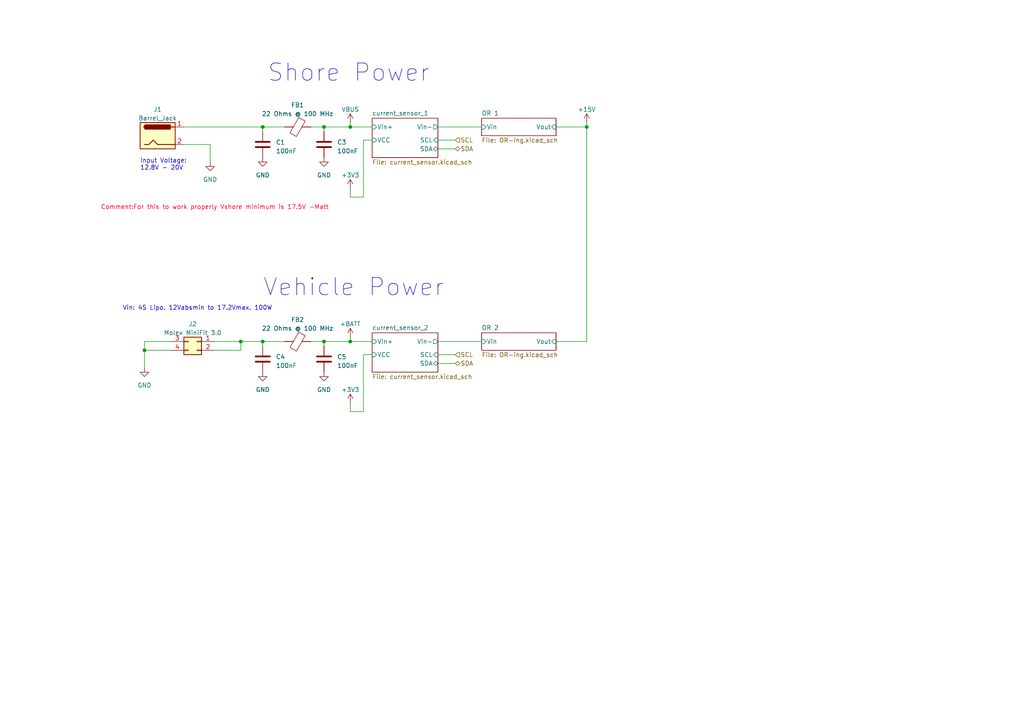
<source format=kicad_sch>
(kicad_sch (version 20230121) (generator eeschema)
  (paper "A4")
  (lib_symbols
    (symbol "Connector:Barrel_Jack" (pin_names (offset 1.016))
      (property "Reference" "J" (at 0 5.334 0))
      (property "Value" "Barrel_Jack" (at 0 -5.08 0))
      (symbol "Barrel_Jack_0_1"
        (rectangle (start -5.08 3.81) (end 5.08 -3.81) (stroke (width 0.254)) (fill (type background)))
        (arc (start -3.302 3.175) (mid -3.9343 2.54) (end -3.302 1.905) (stroke (width 0.254)))
        (arc (start -3.302 3.175) (mid -3.9343 2.54) (end -3.302 1.905) (stroke (width 0.254)) (fill (type outline)))
        (polyline (pts (xy 5.08 2.54) (xy 3.81 2.54)) (stroke (width 0.254)))
        (polyline (pts (xy -3.81 -2.54) (xy -2.54 -2.54) (xy -1.27 -1.27) (xy 0 -2.54) (xy 2.54 -2.54) (xy 5.08 -2.54)) (stroke (width 0.254)))
        (rectangle (start 3.683 3.175) (end -3.302 1.905) (stroke (width 0.254)) (fill (type outline)))
      )
      (symbol "Barrel_Jack_1_1"
        (pin passive line (at 7.62 2.54 180) (length 2.54) (name "~") (number "1"))
        (pin passive line (at 7.62 -2.54 180) (length 2.54) (name "~") (number "2"))
      )
    )
    (symbol "Connector_Generic:Conn_02x02_Top_Bottom" (pin_names (offset 1.016) hide)
      (property "Reference" "J" (at 1.27 2.54 0))
      (property "Value" "Conn_02x02_Top_Bottom" (at 1.27 -5.08 0))
      (symbol "Conn_02x02_Top_Bottom_1_1"
        (rectangle (start -1.27 -2.413) (end 0 -2.667) (stroke (width 0.1524)))
        (rectangle (start -1.27 0.127) (end 0 -0.127) (stroke (width 0.1524)))
        (rectangle (start -1.27 1.27) (end 3.81 -3.81) (stroke (width 0.254)) (fill (type background)))
        (rectangle (start 3.81 -2.413) (end 2.54 -2.667) (stroke (width 0.1524)))
        (rectangle (start 3.81 0.127) (end 2.54 -0.127) (stroke (width 0.1524)))
        (pin passive line (at -5.08 0 0) (length 3.81) (name "Pin_1") (number "1"))
        (pin passive line (at -5.08 -2.54 0) (length 3.81) (name "Pin_2") (number "2"))
        (pin passive line (at 7.62 0 180) (length 3.81) (name "Pin_3") (number "3"))
        (pin passive line (at 7.62 -2.54 180) (length 3.81) (name "Pin_4") (number "4"))
      )
    )
    (symbol "Device:C" (pin_numbers hide) (pin_names (offset 0.254))
      (property "Reference" "C" (at 0.635 2.54 0))
      (property "Value" "C" (at 0.635 -2.54 0))
      (symbol "C_0_1"
        (polyline (pts (xy -2.032 -0.762) (xy 2.032 -0.762)) (stroke (width 0.508)))
        (polyline (pts (xy -2.032 0.762) (xy 2.032 0.762)) (stroke (width 0.508)))
      )
      (symbol "C_1_1"
        (pin passive line (at 0 3.81 270) (length 2.794) (name "~") (number "1"))
        (pin passive line (at 0 -3.81 90) (length 2.794) (name "~") (number "2"))
      )
    )
    (symbol "Device:FerriteBead" (pin_numbers hide) (pin_names (offset 0))
      (property "Reference" "FB" (at -3.81 0.635 90))
      (property "Value" "FerriteBead" (at 3.81 0 90))
      (symbol "FerriteBead_0_1"
        (polyline (pts (xy 0 -1.27) (xy 0 -1.2192)))
        (polyline (pts (xy 0 1.27) (xy 0 1.2954)))
        (polyline (pts (xy -2.7686 0.4064) (xy -1.7018 2.2606) (xy 2.7686 -0.3048) (xy 1.6764 -2.159) (xy -2.7686 0.4064)))
      )
      (symbol "FerriteBead_1_1"
        (pin passive line (at 0 3.81 270) (length 2.54) (name "~") (number "1"))
        (pin passive line (at 0 -3.81 90) (length 2.54) (name "~") (number "2"))
      )
    )
    (symbol "power:+15V" (power) (pin_names (offset 0))
      (property "Value" "+15V" (at 0 3.556 0))
      (symbol "+15V_0_1"
        (polyline (pts (xy -0.762 1.27) (xy 0 2.54)))
        (polyline (pts (xy 0 0) (xy 0 2.54)))
        (polyline (pts (xy 0 2.54) (xy 0.762 1.27)))
      )
      (symbol "+15V_1_1"
        (pin power_in line (at 0 0 90) (length 0) hide (name "+15V") (number "1"))
      )
    )
    (symbol "power:+3V3" (power) (pin_names (offset 0))
      (property "Value" "+3V3" (at 0 3.556 0))
      (symbol "+3V3_0_1"
        (polyline (pts (xy -0.762 1.27) (xy 0 2.54)))
        (polyline (pts (xy 0 0) (xy 0 2.54)))
        (polyline (pts (xy 0 2.54) (xy 0.762 1.27)))
      )
      (symbol "+3V3_1_1"
        (pin power_in line (at 0 0 90) (length 0) hide (name "+3V3") (number "1"))
      )
    )
    (symbol "power:+BATT" (power) (pin_names (offset 0))
      (property "Value" "+BATT" (at 0 3.556 0))
      (symbol "+BATT_0_1"
        (polyline (pts (xy -0.762 1.27) (xy 0 2.54)))
        (polyline (pts (xy 0 0) (xy 0 2.54)))
        (polyline (pts (xy 0 2.54) (xy 0.762 1.27)))
      )
      (symbol "+BATT_1_1"
        (pin power_in line (at 0 0 90) (length 0) hide (name "+BATT") (number "1"))
      )
    )
    (symbol "power:GND" (power) (pin_names (offset 0))
      (property "Value" "GND" (at 0 -3.81 0))
      (symbol "GND_0_1"
        (polyline (pts (xy 0 0) (xy 0 -1.27) (xy 1.27 -1.27) (xy 0 -2.54) (xy -1.27 -1.27) (xy 0 -1.27)))
      )
      (symbol "GND_1_1"
        (pin power_in line (at 0 0 270) (length 0) hide (name "GND") (number "1"))
      )
    )
    (symbol "power:VBUS" (power) (pin_names (offset 0))
      (property "Value" "VBUS" (at 0 3.81 0))
      (symbol "VBUS_0_1"
        (polyline (pts (xy -0.762 1.27) (xy 0 2.54)))
        (polyline (pts (xy 0 0) (xy 0 2.54)))
        (polyline (pts (xy 0 2.54) (xy 0.762 1.27)))
      )
      (symbol "VBUS_1_1"
        (pin power_in line (at 0 0 90) (length 0) hide (name "VBUS") (number "1"))
      )
    )
  )
  (junction (at 69.85 99.06))
  (junction (at 93.98 36.83))
  (junction (at 76.2 99.06))
  (junction (at 41.91 101.6))
  (junction (at 76.2 36.83))
  (junction (at 93.98 99.06))
  (junction (at 170.18 36.83))
  (junction (at 101.6 99.06))
  (junction (at 101.6 36.83))
  (wire (pts (xy 170.18 35.56) (xy 170.18 36.83)))
  (wire (pts (xy 127 105.41) (xy 132.08 105.41)))
  (wire (pts (xy 127 99.06) (xy 139.7 99.06)))
  (wire (pts (xy 76.2 99.06) (xy 82.55 99.06)))
  (wire (pts (xy 101.6 54.61) (xy 101.6 57.15)))
  (wire (pts (xy 69.85 99.06) (xy 69.85 101.6)))
  (wire (pts (xy 101.6 97.79) (xy 101.6 99.06)))
  (wire (pts (xy 93.98 36.83) (xy 93.98 38.1)))
  (wire (pts (xy 101.6 36.83) (xy 93.98 36.83)))
  (wire (pts (xy 76.2 99.06) (xy 76.2 100.33)))
  (wire (pts (xy 161.29 99.06) (xy 170.18 99.06)))
  (wire (pts (xy 53.34 41.91) (xy 60.96 41.91)))
  (wire (pts (xy 49.53 99.06) (xy 41.91 99.06)))
  (wire (pts (xy 62.23 99.06) (xy 69.85 99.06)))
  (wire (pts (xy 101.6 99.06) (xy 107.95 99.06)))
  (wire (pts (xy 101.6 36.83) (xy 107.95 36.83)))
  (wire (pts (xy 107.95 40.64) (xy 105.41 40.64)))
  (wire (pts (xy 161.29 36.83) (xy 170.18 36.83)))
  (wire (pts (xy 105.41 57.15) (xy 101.6 57.15)))
  (wire (pts (xy 101.6 116.84) (xy 101.6 119.38)))
  (wire (pts (xy 105.41 102.87) (xy 105.41 119.38)))
  (wire (pts (xy 105.41 119.38) (xy 101.6 119.38)))
  (wire (pts (xy 90.17 99.06) (xy 93.98 99.06)))
  (wire (pts (xy 76.2 36.83) (xy 82.55 36.83)))
  (wire (pts (xy 93.98 99.06) (xy 93.98 100.33)))
  (wire (pts (xy 101.6 99.06) (xy 93.98 99.06)))
  (wire (pts (xy 49.53 101.6) (xy 41.91 101.6)))
  (wire (pts (xy 107.95 102.87) (xy 105.41 102.87)))
  (wire (pts (xy 60.96 41.91) (xy 60.96 46.99)))
  (wire (pts (xy 69.85 99.06) (xy 76.2 99.06)))
  (wire (pts (xy 127 40.64) (xy 132.08 40.64)))
  (wire (pts (xy 62.23 101.6) (xy 69.85 101.6)))
  (wire (pts (xy 41.91 101.6) (xy 41.91 106.68)))
  (wire (pts (xy 53.34 36.83) (xy 76.2 36.83)))
  (wire (pts (xy 170.18 36.83) (xy 170.18 99.06)))
  (wire (pts (xy 127 43.18) (xy 132.08 43.18)))
  (wire (pts (xy 76.2 36.83) (xy 76.2 38.1)))
  (wire (pts (xy 101.6 35.56) (xy 101.6 36.83)))
  (wire (pts (xy 90.17 36.83) (xy 93.98 36.83)))
  (wire (pts (xy 105.41 40.64) (xy 105.41 57.15)))
  (wire (pts (xy 41.91 99.06) (xy 41.91 101.6)))
  (wire (pts (xy 127 36.83) (xy 139.7 36.83)))
  (wire (pts (xy 127 102.87) (xy 132.08 102.87)))
  (text "Input Voltage:\n12.8V - 20V" (at 40.64 49.53 0) (effects (font (size 1.27 1.27)) (justify left bottom)))
  (text "Shore Power" (at 77.47 24.13 0) (effects (font (size 5 5)) (justify left bottom)))
  (text "Vehicle Power" (at 76.2 86.36 0) (effects (font (size 5 5)) (justify left bottom)))
  (text "Vin: 4S Lipo. 12Vabsmin to 17.2Vmax. 100W" (at 35.56 90.17 0) (effects (font (size 1.27 1.27)) (justify left bottom)))
  (text "Comment:For this to work properly Vshore minimum is 17.5V -Matt" (at 29.21 60.96 0) (effects (font (size 1.27 1.27)) (justify left bottom)))
  (hierarchical_label "SCL" (shape input) (at 132.08 40.64 0))
  (hierarchical_label "SDA" (shape bidirectional) (at 132.08 105.41 0))
  (hierarchical_label "SCL" (shape input) (at 132.08 102.87 0))
  (hierarchical_label "SDA" (shape bidirectional) (at 132.08 43.18 0))
  (symbol (lib_id "power:GND") (at 76.2 45.72 0) (unit 1)
    (property "Reference" "#PWR05" (effects hide))
    (property "Value" "GND" (at 76.2 50.8 0))
  )
  (symbol (lib_id "Device:C") (at 93.98 104.14 0) (unit 1)
    (property "Reference" "C5" (at 97.79 103.505 0) (effects (justify left)))
    (property "Value" "100nF" (at 97.79 106.045 0) (effects (justify left)))
    (property "Footprint" "Capacitor_SMD:C_0201_0603Metric" (effects hide))
    (property "PN" "CL10B104KB8NNNL" (effects hide))
  )
  (symbol (lib_id "power:+3V3") (at 101.6 54.61 0) (unit 1)
    (property "Reference" "#PWR09" (effects hide))
    (property "Value" "+3V3" (at 101.6 50.8 0))
  )
  (symbol (lib_id "power:+15V") (at 170.18 35.56 0) (unit 1)
    (property "Reference" "#PWR03" (effects hide))
    (property "Value" "+15V" (at 170.18 31.75 0))
  )
  (symbol (lib_id "power:GND") (at 93.98 45.72 0) (unit 1)
    (property "Reference" "#PWR06" (effects hide))
    (property "Value" "GND" (at 93.98 50.8 0))
  )
  (symbol (lib_id "Device:C") (at 76.2 41.91 0) (unit 1)
    (property "Reference" "C1" (at 80.01 41.275 0) (effects (justify left)))
    (property "Value" "100nF" (at 80.01 43.815 0) (effects (justify left)))
    (property "Footprint" "Capacitor_SMD:C_0201_0603Metric" (effects hide))
    (property "PN" "CL10B104KB8NNNL" (effects hide))
  )
  (symbol (lib_id "Device:C") (at 76.2 104.14 0) (unit 1)
    (property "Reference" "C4" (at 80.01 103.505 0) (effects (justify left)))
    (property "Value" "100nF" (at 80.01 106.045 0) (effects (justify left)))
    (property "Footprint" "Capacitor_SMD:C_0201_0603Metric" (effects hide))
    (property "PN" "CL10B104KB8NNNL" (effects hide))
  )
  (symbol (lib_id "power:+3V3") (at 101.6 116.84 0) (unit 1)
    (property "Reference" "#PWR013" (effects hide))
    (property "Value" "+3V3" (at 101.6 113.03 0))
  )
  (symbol (lib_id "power:GND") (at 76.2 107.95 0) (unit 1)
    (property "Reference" "#PWR010" (effects hide))
    (property "Value" "GND" (at 76.2 113.03 0))
  )
  (symbol (lib_id "power:GND") (at 41.91 106.68 0) (mirror y) (unit 1)
    (property "Reference" "#PWR02" (effects hide))
    (property "Value" "GND" (at 41.91 111.76 0))
  )
  (symbol (lib_id "Device:FerriteBead") (at 86.36 36.83 90) (unit 1)
    (property "Reference" "FB1" (at 86.3092 30.48 90))
    (property "Value" "22 Ohms @ 100 MHz" (at 86.3092 33.02 90))
    (property "Footprint" "Resistor_SMD:R_0805_2012Metric" (effects hide))
    (property "Datasheet" "https://www.murata.com/en-us/products/en-us/products/productdata/8796738977822/ENFA0005.pdf" (effects hide))
    (property "PN" "BLM21PG220SN1D" (effects hide))
  )
  (symbol (lib_id "Device:FerriteBead") (at 86.36 99.06 90) (unit 1)
    (property "Reference" "FB2" (at 86.3092 92.71 90))
    (property "Value" "22 Ohms @ 100 MHz" (at 86.3092 95.25 90))
    (property "Footprint" "Resistor_SMD:R_0805_2012Metric" (effects hide))
    (property "Datasheet" "https://www.murata.com/en-us/products/en-us/products/productdata/8796738977822/ENFA0005.pdf" (effects hide))
    (property "PN" "BLM21PG220SN1D" (effects hide))
  )
  (symbol (lib_id "Connector_Generic:Conn_02x02_Top_Bottom") (at 57.15 99.06 0) (mirror y) (unit 1)
    (property "Reference" "J2" (at 55.88 93.98 0))
    (property "Value" "Molex MiniFit 3.0" (at 55.88 96.52 0))
    (property "Footprint" "Connector_Molex:Molex_Micro-Fit_3.0_43045-0400_2x02_P3.00mm_Horizontal" (effects hide))
    (property "Datasheet" "https://www.molex.com/content/dam/molex/molex-dot-com/products/automated/en-us/salesdrawingpdf/430/43045/430450400_sd.pdf" (effects hide))
    (property "PN" "43045-0400" (effects hide))
  )
  (symbol (lib_id "Device:C") (at 93.98 41.91 0) (unit 1)
    (property "Reference" "C3" (at 97.79 41.275 0) (effects (justify left)))
    (property "Value" "100nF" (at 97.79 43.815 0) (effects (justify left)))
    (property "Footprint" "Capacitor_SMD:C_0201_0603Metric" (effects hide))
    (property "PN" "CL10B104KB8NNNL" (effects hide))
  )
  (symbol (lib_id "power:GND") (at 60.96 46.99 0) (unit 1)
    (property "Reference" "#PWR01" (effects hide))
    (property "Value" "GND" (at 60.96 52.07 0))
  )
  (symbol (lib_id "power:VBUS") (at 101.6 35.56 0) (unit 1)
    (property "Reference" "#PWR07" (effects hide))
    (property "Value" "VBUS" (at 101.6 31.75 0))
  )
  (symbol (lib_id "power:+BATT") (at 101.6 97.79 0) (unit 1)
    (property "Reference" "#PWR012" (effects hide))
    (property "Value" "+BATT" (at 101.6 93.98 0))
  )
  (symbol (lib_id "power:GND") (at 93.98 107.95 0) (unit 1)
    (property "Reference" "#PWR011" (effects hide))
    (property "Value" "GND" (at 93.98 113.03 0))
  )
  (symbol (lib_id "Connector:Barrel_Jack") (at 45.72 39.37 0) (unit 1)
    (property "Reference" "J1" (at 45.72 31.75 0))
    (property "Value" "Barrel_Jack" (at 45.72 34.29 0))
    (property "Footprint" "Connector_BarrelJack:BarrelJack_CUI_PJ-063AH_Horizontal" (effects hide))
    (property "Datasheet" "https://www.cuidevices.com/product/resource/pj-063ah.pdf" (effects hide))
    (property "PN" "PJ-063AH" (effects hide))
  )
  (sheet (at 139.7 96.52) (size 21.59 5.08) (stroke (width 0.1524))
    (property "Sheetname" "OR 2" (at 139.7 95.8084 0) (effects (justify left bottom)))
    (property "Sheetfile" "OR-ing.kicad_sch" (at 139.7 102.1846 0) (effects (justify left top)))
    (pin "Vout" input (at 161.29 99.06 0))
    (pin "Vin" input (at 139.7 99.06 180))
  )
  (sheet (at 107.95 96.52) (size 19.05 11.43) (stroke (width 0.1524))
    (property "Sheetname" "current_sensor_2" (at 107.95 95.8084 0) (effects (justify left bottom)))
    (property "Sheetfile" "current_sensor.kicad_sch" (at 107.95 108.5346 0) (effects (justify left top)))
    (pin "Vin+" input (at 107.95 99.06 180))
    (pin "Vin-" output (at 127 99.06 0))
    (pin "VCC" input (at 107.95 102.87 180))
    (pin "SCL" input (at 127 102.87 0))
    (pin "SDA" bidirectional (at 127 105.41 0))
  )
  (sheet (at 107.95 34.29) (size 19.05 11.43) (stroke (width 0.1524))
    (property "Sheetname" "current_sensor_1" (at 107.95 33.5784 0) (effects (justify left bottom)))
    (property "Sheetfile" "current_sensor.kicad_sch" (at 107.95 46.3046 0) (effects (justify left top)))
    (pin "Vin+" input (at 107.95 36.83 180))
    (pin "Vin-" output (at 127 36.83 0))
    (pin "VCC" input (at 107.95 40.64 180))
    (pin "SCL" input (at 127 40.64 0))
    (pin "SDA" bidirectional (at 127 43.18 0))
  )
  (sheet (at 139.7 34.29) (size 21.59 5.08) (stroke (width 0.1524))
    (property "Sheetname" "OR 1" (at 139.7 33.5784 0) (effects (justify left bottom)))
    (property "Sheetfile" "OR-ing.kicad_sch" (at 139.7 39.9546 0) (effects (justify left top)))
    (pin "Vout" input (at 161.29 36.83 0))
    (pin "Vin" input (at 139.7 36.83 180))
  )
)
</source>
